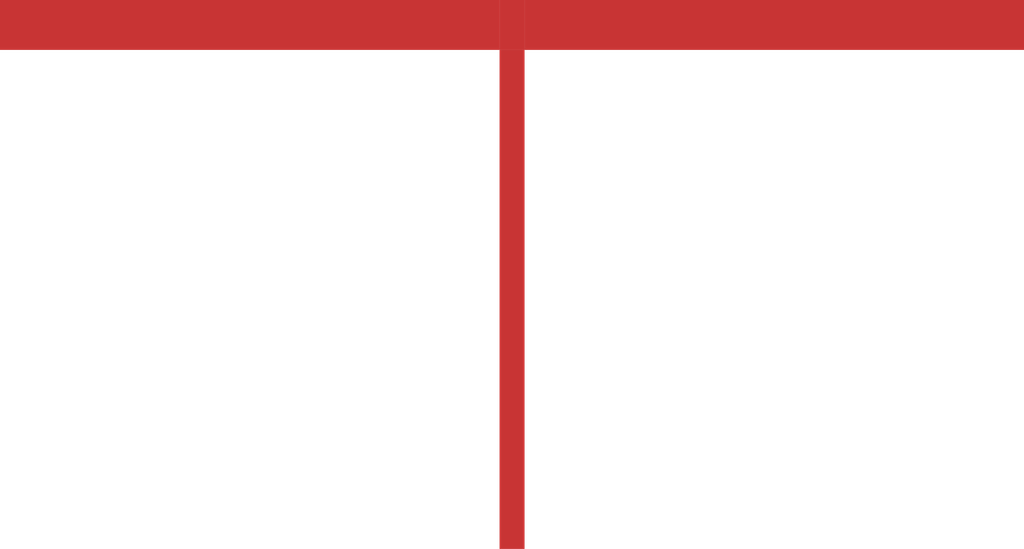
<source format=kicad_pcb>
# Generated by Qucs-RFlayout from : microstrip.sch

(kicad_pcb (version 0) (host pcbnew 0.0.0)

  (general
    (thickness 1.6)
    (drawings 0)
    (tracks 0)
    (zones 0)
    (modules 0)
    (nets 1)
  )

  (page A4)
  (layers
    (0 F.Cu signal)
    (31 B.Cu signal)
    (32 B.Adhes user)
    (33 F.Adhes user)
    (34 B.Paste user)
    (35 F.Paste user)
    (36 B.SilkS user)
    (37 F.SilkS user)
    (38 B.Mask user)
    (39 F.Mask user)
    (40 Dwgs.User user)
    (41 Cmts.User user)
    (42 Eco1.User user)
    (43 Eco2.User user)
    (44 Edge.Cuts user)
    (45 Margin user)
    (46 B.CrtYd user)
    (47 F.CrtYd user)
    (48 B.Fab user)
    (49 F.Fab user)
  )

  (setup
    (last_trace_width 0.25)
    (trace_clearance 0.2)
    (zone_clearance 0.508)
    (zone_45_only no)
    (trace_min 0.2)
    (segment_width 0.2)
    (edge_width 0.15)
    (via_size 0.8)
    (via_drill 0.4)
    (via_min_size 0.4)
    (via_min_drill 0.3)
    (uvia_size 0.3)
    (uvia_drill 0.1)
    (uvias_allowed no)
    (uvia_min_size 0.2)
    (uvia_min_drill 0.1)
    (pcb_text_width 0.3)
    (pcb_text_size 1.5 1.5)
    (mod_edge_width 0.15)
    (mod_text_size 1 1)
    (mod_text_width 0.15)
    (pad_size 1.524 1.524)
    (pad_drill 0.762)
    (pad_to_mask_clearance 0.051)
    (solder_mask_min_width 0.25)
    (aux_axis_origin 0 0)
    (visible_elements FFFFFF7F)
    (pcbplotparams
      (layerselection 0x010fc_ffffffff)
      (usegerberextensions false)
      (usegerberattributes false)
      (usegerberadvancedattributes false)
      (creategerberjobfile false)
      (excludeedgelayer true)
      (linewidth 0.150000)
      (plotframeref false)
      (viasonmask false)
      (mode 1)
      (useauxorigin false)
      (hpglpennumber 1)
      (hpglpenspeed 20)
      (hpglpendiameter 15.000000)
      (psnegative false)
      (psa4output false)
      (plotreference true)
      (plotvalue true)
      (plotinvisibletext false)
      (padsonsilk false)
      (subtractmaskfromsilk false)
      (outputformat 1)
      (mirror false)
      (drillshape 1)
      (scaleselection 1)
      (outputdirectory ""))
  )

  (net 0 "")

  (net_class Default "This is the default net class."
    (clearance 0.2)
    (trace_width 0.25)
    (via_dia 0.8)
    (via_drill 0.4)
    (uvia_dia 0.3)
    (uvia_drill 0.1)
  )

  (module MLIN (layer F.Cu) (tedit 0) (tstamp 0)
    (at 25.1 20.5 0)
    (fp_text reference MS1 (at 0 0.5) (layer F.SilkS) hide
      (effects (font (size 0.25 0.25) (thickness 0.05)))
    )
    (fp_text value microstrip_line (at 0 -0.5) (layer F.Fab) hide
      (effects (font (size 0.25 0.25) (thickness 0.05)))
    )
    (fp_poly (pts
      (xy -5 0.5)
      (xy 5 0.5)
      (xy 5 -0.5)
      (xy -5 -0.5)
      ) (layer F.Cu) (width 0)
    )
  )

  (module MLIN (layer F.Cu) (tedit 0) (tstamp 0)
    (at 35.6 20.5 0)
    (fp_text reference MS2 (at 0 0.5) (layer F.SilkS) hide
      (effects (font (size 0.25 0.25) (thickness 0.05)))
    )
    (fp_text value microstrip_line (at 0 -0.5) (layer F.Fab) hide
      (effects (font (size 0.25 0.25) (thickness 0.05)))
    )
    (fp_poly (pts
      (xy -5 0.5)
      (xy 5 0.5)
      (xy 5 -0.5)
      (xy -5 -0.5)
      ) (layer F.Cu) (width 0)
    )
  )

  (module MTEE (layer F.Cu) (tedit 0) (tstamp 0)
    (at 30.35 20.5 0)
    (fp_text reference MS4 (at 0 0.5) (layer F.SilkS) hide
      (effects (font (size 0.25 0.25) (thickness 0.05)))
    )
    (fp_text value microstrip_tee (at 0 -0.5) (layer F.Fab) hide
      (effects (font (size 0.25 0.25) (thickness 0.05)))
    )
    (fp_poly (pts
      (xy -0.25 0.5)
      (xy 0.25 0.5)
      (xy 0.25 -0.5)
      (xy 0 -0.5)
      (xy 0 -0.5)
      (xy -0.25 -0.5)
      ) (layer F.Cu) (width 0)
    )
  )

  (module MLIN (layer F.Cu) (tedit 0) (tstamp 0)
    (at 30.35 26 90)
    (fp_text reference Stub (at 0 0.5) (layer F.SilkS) hide
      (effects (font (size 0.25 0.25) (thickness 0.05)))
    )
    (fp_text value microstrip_line (at 0 -0.5) (layer F.Fab) hide
      (effects (font (size 0.25 0.25) (thickness 0.05)))
    )
    (fp_poly (pts
      (xy -5 0.25)
      (xy 5 0.25)
      (xy 5 -0.25)
      (xy -5 -0.25)
      ) (layer F.Cu) (width 0)
    )
  )

)

</source>
